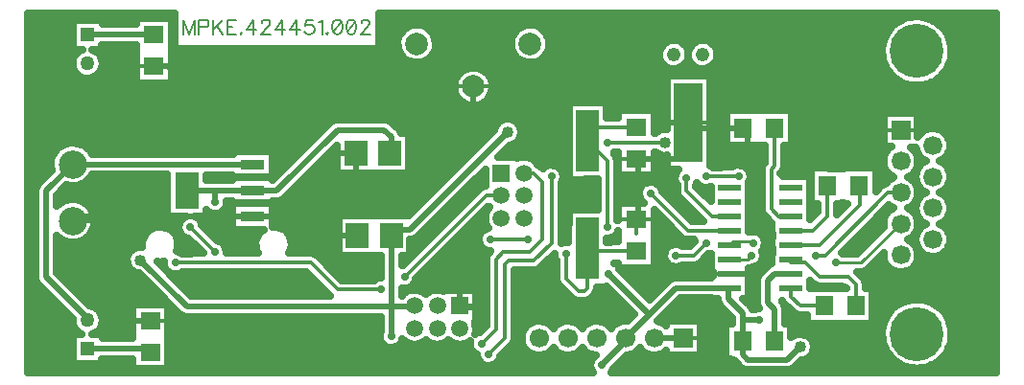
<source format=gbr>
G04 DipTrace 2.4.0.2*
%INÂåðõíèé.gbr*%
%MOIN*%
%ADD10C,0.0098*%
%ADD13C,0.013*%
%ADD14C,0.0197*%
%ADD15C,0.025*%
%ADD16C,0.0787*%
%ADD17R,0.0709X0.063*%
%ADD18R,0.063X0.0709*%
%ADD19R,0.0787X0.0866*%
%ADD20C,0.05*%
%ADD21R,0.05X0.05*%
%ADD22R,0.0669X0.0669*%
%ADD23C,0.0669*%
%ADD24R,0.0665X0.0665*%
%ADD25C,0.0665*%
%ADD26C,0.1874*%
%ADD27C,0.0984*%
%ADD28R,0.0591X0.0591*%
%ADD29C,0.0591*%
%ADD33R,0.0984X0.2756*%
%ADD35R,0.0787X0.0236*%
%ADD40R,0.0846X0.0374*%
%ADD41R,0.0846X0.128*%
%ADD42R,0.0787X0.2165*%
%ADD43C,0.048*%
%ADD44C,0.0276*%
%ADD46C,0.04*%
%ADD106C,0.0077*%
%FSLAX44Y44*%
G04*
G70*
G90*
G75*
G01*
%LNTop*%
%LPD*%
X25328Y12664D2*
D13*
X23806D1*
X23318Y12177D1*
X23641D1*
X24328Y9187D2*
Y11490D1*
X23641Y12177D1*
X25328Y8335D2*
X23743D1*
X23641Y8437D1*
X22891Y8250D2*
Y7375D1*
X23328Y6937D1*
X23516D1*
X23641Y7062D1*
Y8437D1*
X25502Y13750D2*
D14*
X26440Y12812D1*
X27141D1*
X12000Y9548D2*
X7453D1*
X5910D1*
D13*
X5756Y9394D1*
X12000Y9548D2*
D14*
X12689D1*
X13391Y10250D1*
X14891Y11750D1*
X15585D1*
X15641Y8875D2*
X14953D1*
X14641D1*
X13391Y10125D1*
D13*
Y10250D1*
X15585Y11750D2*
D14*
Y10984D1*
X19672Y14066D2*
Y12718D1*
X17938Y10984D1*
X15585D1*
X14953Y8187D2*
Y8875D1*
X29038Y12625D2*
X27328D1*
D13*
X27141Y12812D1*
X29038Y12625D2*
D14*
X29213D1*
Y11102D1*
X29376Y10938D1*
X29646Y10669D1*
Y9134D1*
X29764Y9016D1*
Y7953D1*
X29373Y7562D1*
X28577D1*
X25328Y9437D2*
D13*
X25391D1*
D14*
Y10125D1*
Y11562D1*
D13*
X25328D1*
D14*
X26766D1*
D13*
Y12437D1*
X27141Y12812D1*
X25328Y8937D2*
Y9437D1*
X28577Y7562D2*
X27953D1*
X20016Y5687D2*
Y5626D1*
X8453Y5914D2*
D14*
X7905D1*
X7453Y6366D1*
Y9548D1*
X8578Y14772D2*
X9056D1*
X10578Y13250D1*
X12578D1*
X13203Y12625D1*
X25391Y10125D2*
X25141D1*
X20016Y5687D2*
Y6125D1*
X19766Y6375D1*
X19268D1*
D13*
X19205Y6437D1*
D14*
Y6873D1*
X18891Y7187D1*
X18016D1*
X29625Y11187D2*
X29376Y10938D1*
X26956Y5312D2*
X25956D1*
X29027Y5198D2*
Y5945D1*
Y6176D1*
X28516Y6687D1*
Y7000D1*
D13*
X28577Y7062D1*
X29027Y5198D2*
D14*
Y4738D1*
X29203Y4562D1*
X30578D1*
X31016Y5000D1*
X12000Y11359D2*
X5756Y11362D1*
X17630Y6437D2*
Y6417D1*
X16822D1*
X9723D1*
X8110Y8030D1*
X16822Y8875D2*
Y6417D1*
X28577Y7062D2*
X26706D1*
X25831Y6187D1*
X24956Y5312D1*
X24370Y7559D2*
X25742Y6187D1*
D13*
X25831D1*
X24330Y12126D2*
X26328D1*
X24956Y5312D2*
X25076D1*
D14*
X24138Y4375D1*
X16822Y5381D2*
Y6417D1*
X29606Y5945D2*
X29027D1*
X6266Y5937D2*
D13*
Y6000D1*
D14*
X4828Y7437D1*
Y10435D1*
X5756Y11362D1*
X16822Y8875D2*
D13*
Y9094D1*
D14*
X17480D1*
X20866Y12480D1*
X30703Y8562D2*
D13*
X31706D1*
X33081Y9938D1*
Y10602D1*
X33070Y10614D1*
X30703Y9062D2*
X31456D1*
X31956Y9563D1*
Y10602D1*
X31968Y10614D1*
X30703Y7062D2*
Y6749D1*
X31016Y6437D1*
X31854D1*
X30703Y8062D2*
Y7937D1*
X31203D1*
X31703Y7437D1*
X32703D1*
X32953Y7187D1*
Y6440D1*
X32956Y6437D1*
X6266Y4937D2*
D14*
X8328D1*
D13*
X8453Y4812D1*
X9717Y10454D2*
D14*
X10703D1*
X12000D1*
X12845D1*
X14953Y12562D1*
X16578D1*
X16828Y12312D1*
Y11812D1*
D13*
X16766Y11750D1*
X10703Y8312D2*
X9842Y9173D1*
X10703Y10034D2*
D14*
Y10454D1*
X6266Y15875D2*
X8578D1*
X30129Y5198D2*
Y6323D1*
X29891Y6562D1*
Y7312D1*
X30141Y7562D1*
X30703D1*
X30141Y12625D2*
D13*
Y11312D1*
X30016Y11187D1*
Y9812D1*
X30266Y9562D1*
X30703D1*
X28577Y8062D2*
D10*
X29203D1*
X29328Y8187D1*
X31578D2*
D13*
X31891D1*
X34078Y10375D1*
X34510D1*
X34516Y10381D1*
Y9290D2*
X34497D1*
D10*
X33143Y7937D1*
X32266D1*
X29391Y8625D2*
Y8687D1*
X28702D1*
X28577Y8562D1*
X20203Y4750D2*
D13*
X20766Y5312D1*
Y7875D1*
X20891Y8000D1*
X21766D1*
X22391Y8625D1*
Y10937D1*
X9324Y7937D2*
X14016D1*
X14953Y7000D1*
X16453D1*
X17283Y7441D2*
X20117Y10275D1*
X20641D1*
X26703Y8187D2*
X27319D1*
X27756Y8625D1*
X25827Y10354D2*
X27119Y9062D1*
X28577D1*
X27078Y10875D2*
Y10437D1*
X27953Y9562D1*
X28577D1*
X19953Y5125D2*
X20453Y5625D1*
Y8062D1*
X20703Y8312D1*
X21641D1*
X22078Y8750D1*
Y10750D1*
X21766Y11062D1*
X21428D1*
X27766Y10937D2*
X28891D1*
X20266Y8750D2*
X21578D1*
D44*
X24328Y9187D3*
X22891Y8250D3*
D46*
X25502Y13750D3*
D44*
X15585Y10984D3*
X14953Y8187D3*
D46*
X27953Y7562D3*
D44*
X20016Y5687D3*
X13203Y12625D3*
X25141Y10125D3*
D3*
X20016Y5687D3*
X18016Y7187D3*
X29625Y11187D3*
D46*
X31016Y5000D3*
X8110Y8030D3*
D44*
X24370Y7559D3*
X24330Y12126D3*
D46*
X26328D3*
D44*
X24138Y4375D3*
X16822Y5381D3*
X29606Y5945D3*
D46*
X20866Y12480D3*
D44*
X10703Y8312D3*
X9842Y9173D3*
X10703Y10034D3*
X29328Y8187D3*
X31578D3*
X32266Y7937D3*
X29391Y8625D3*
X20203Y4750D3*
X22391Y10937D3*
X9324Y7937D3*
X16453Y7000D3*
X17283Y7441D3*
X26703Y8187D3*
X27756Y8625D3*
X25827Y10354D3*
X27078Y10875D3*
X19953Y5125D3*
X27766Y10937D3*
X28891D3*
X20266Y8750D3*
X21578D3*
X4228Y16376D2*
D15*
X5727D1*
X6804D2*
X7934D1*
X16422D2*
X34516D1*
X35636D2*
X37801D1*
X4228Y16127D2*
X5727D1*
X16422D2*
X17340D1*
X18066D2*
X21278D1*
X22004D2*
X34180D1*
X35972D2*
X37801D1*
X4228Y15878D2*
X5727D1*
X16422D2*
X17102D1*
X18304D2*
X21040D1*
X22242D2*
X33997D1*
X36152D2*
X37801D1*
X4228Y15630D2*
X5727D1*
X16422D2*
X17024D1*
X18383D2*
X20961D1*
X22320D2*
X26372D1*
X26910D2*
X27372D1*
X27910D2*
X33895D1*
X36258D2*
X37801D1*
X4228Y15381D2*
X5727D1*
X6804D2*
X7934D1*
X9222D2*
X17043D1*
X18363D2*
X20981D1*
X22297D2*
X26149D1*
X28133D2*
X33852D1*
X36301D2*
X37801D1*
X4228Y15132D2*
X5793D1*
X6738D2*
X7934D1*
X9222D2*
X17180D1*
X18226D2*
X21118D1*
X22164D2*
X26114D1*
X28168D2*
X33860D1*
X36289D2*
X37801D1*
X4228Y14884D2*
X5727D1*
X6804D2*
X7934D1*
X9222D2*
X26211D1*
X27070D2*
X27211D1*
X28070D2*
X33922D1*
X36226D2*
X37801D1*
X4228Y14635D2*
X5786D1*
X6746D2*
X7934D1*
X9222D2*
X19317D1*
X20027D2*
X34047D1*
X36101D2*
X37801D1*
X4228Y14386D2*
X6079D1*
X6453D2*
X7934D1*
X9222D2*
X19071D1*
X20273D2*
X26360D1*
X27922D2*
X34270D1*
X35883D2*
X37801D1*
X4228Y14138D2*
X18993D1*
X20351D2*
X26360D1*
X27922D2*
X34747D1*
X35406D2*
X37801D1*
X4228Y13889D2*
X19012D1*
X20332D2*
X26360D1*
X27922D2*
X37801D1*
X4228Y13640D2*
X19145D1*
X20199D2*
X26360D1*
X27922D2*
X37801D1*
X4228Y13392D2*
X22958D1*
X24324D2*
X26360D1*
X27922D2*
X37801D1*
X4228Y13143D2*
X22958D1*
X24324D2*
X24684D1*
X25972D2*
X26360D1*
X27922D2*
X28434D1*
X30746D2*
X33895D1*
X35140D2*
X37801D1*
X4228Y12894D2*
X14782D1*
X16750D2*
X20629D1*
X21101D2*
X22958D1*
X25972D2*
X26360D1*
X27922D2*
X28434D1*
X30746D2*
X33895D1*
X35140D2*
X37801D1*
X4228Y12645D2*
X14497D1*
X17035D2*
X20407D1*
X21324D2*
X22958D1*
X25972D2*
X26360D1*
X27922D2*
X28434D1*
X30746D2*
X33895D1*
X35140D2*
X37801D1*
X4228Y12397D2*
X14251D1*
X17449D2*
X20243D1*
X21347D2*
X22958D1*
X27922D2*
X28434D1*
X30746D2*
X33895D1*
X36121D2*
X37801D1*
X4228Y12148D2*
X14001D1*
X17449D2*
X19997D1*
X21215D2*
X22958D1*
X27922D2*
X28434D1*
X30746D2*
X33895D1*
X36242D2*
X37801D1*
X4228Y11899D2*
X5196D1*
X6312D2*
X13751D1*
X17449D2*
X19747D1*
X20824D2*
X22958D1*
X27922D2*
X29786D1*
X30496D2*
X34075D1*
X36246D2*
X37801D1*
X4228Y11651D2*
X5032D1*
X12715D2*
X13504D1*
X14582D2*
X14903D1*
X17449D2*
X19497D1*
X20574D2*
X22958D1*
X25972D2*
X26360D1*
X27922D2*
X29786D1*
X30496D2*
X33922D1*
X36133D2*
X37801D1*
X4228Y11402D2*
X4973D1*
X12715D2*
X13254D1*
X14332D2*
X14903D1*
X17449D2*
X19251D1*
X21898D2*
X22958D1*
X25972D2*
X26360D1*
X27922D2*
X29743D1*
X30496D2*
X33899D1*
X35136D2*
X35246D1*
X36019D2*
X37801D1*
X4228Y11153D2*
X5004D1*
X12715D2*
X13004D1*
X14082D2*
X14903D1*
X17449D2*
X19001D1*
X22754D2*
X22958D1*
X25972D2*
X26762D1*
X29254D2*
X29661D1*
X30457D2*
X31364D1*
X33676D2*
X33985D1*
X36211D2*
X37801D1*
X4228Y10905D2*
X4758D1*
X6383D2*
X9004D1*
X10429D2*
X11286D1*
X13836D2*
X18751D1*
X19828D2*
X20055D1*
X22816D2*
X22958D1*
X24683D2*
X26653D1*
X29316D2*
X29661D1*
X33676D2*
X34204D1*
X34828D2*
X35012D1*
X36258D2*
X37801D1*
X4228Y10656D2*
X4516D1*
X6054D2*
X9004D1*
X13586D2*
X18504D1*
X19582D2*
X20055D1*
X22746D2*
X23973D1*
X24683D2*
X25536D1*
X26117D2*
X26715D1*
X29261D2*
X29661D1*
X33676D2*
X33883D1*
X36191D2*
X37801D1*
X4228Y10407D2*
X4442D1*
X5340D2*
X9004D1*
X13336D2*
X18254D1*
X19332D2*
X19758D1*
X22746D2*
X23973D1*
X24683D2*
X25403D1*
X26265D2*
X26723D1*
X27597D2*
X27895D1*
X29261D2*
X29661D1*
X35136D2*
X35313D1*
X35957D2*
X37801D1*
X4228Y10159D2*
X4442D1*
X5215D2*
X9004D1*
X13082D2*
X18004D1*
X19082D2*
X19508D1*
X22746D2*
X23973D1*
X24683D2*
X25450D1*
X26515D2*
X26864D1*
X29261D2*
X29661D1*
X36160D2*
X37801D1*
X4228Y9910D2*
X4442D1*
X6336D2*
X9004D1*
X11113D2*
X11284D1*
X12715D2*
X17758D1*
X18836D2*
X19262D1*
X22746D2*
X23973D1*
X26761D2*
X27114D1*
X29261D2*
X29661D1*
X31386D2*
X31602D1*
X32312D2*
X32563D1*
X34910D2*
X35014D1*
X36254D2*
X37801D1*
X4228Y9661D2*
X4442D1*
X6488D2*
X9004D1*
X10429D2*
X10523D1*
X10879D2*
X11286D1*
X12715D2*
X17508D1*
X18586D2*
X19012D1*
X19996D2*
X20080D1*
X22746D2*
X22958D1*
X27011D2*
X27364D1*
X29261D2*
X29696D1*
X31386D2*
X31563D1*
X33855D2*
X34026D1*
X36230D2*
X37801D1*
X4228Y9413D2*
X4442D1*
X6539D2*
X9493D1*
X10191D2*
X11286D1*
X12715D2*
X14958D1*
X18336D2*
X18762D1*
X19746D2*
X20059D1*
X22746D2*
X22958D1*
X25972D2*
X26278D1*
X27261D2*
X27610D1*
X29261D2*
X29922D1*
X33609D2*
X33907D1*
X36082D2*
X37801D1*
X4228Y9164D2*
X4442D1*
X6504D2*
X8571D1*
X9015D2*
X9415D1*
X10343D2*
X11286D1*
X12953D2*
X14958D1*
X18090D2*
X18516D1*
X19496D2*
X20157D1*
X22746D2*
X22958D1*
X25972D2*
X26524D1*
X29261D2*
X30020D1*
X33359D2*
X33903D1*
X36086D2*
X37801D1*
X4228Y8915D2*
X4442D1*
X6367D2*
X8251D1*
X9336D2*
X9508D1*
X10590D2*
X12188D1*
X13273D2*
X14958D1*
X17840D2*
X18266D1*
X19250D2*
X19876D1*
X22746D2*
X22958D1*
X25972D2*
X26774D1*
X29695D2*
X30020D1*
X33109D2*
X33653D1*
X36230D2*
X37801D1*
X4228Y8666D2*
X4442D1*
X5215D2*
X5520D1*
X5992D2*
X8157D1*
X9429D2*
X9856D1*
X10918D2*
X12094D1*
X13367D2*
X14958D1*
X17504D2*
X18016D1*
X19000D2*
X19848D1*
X22746D2*
X22958D1*
X24324D2*
X24684D1*
X25972D2*
X27305D1*
X29816D2*
X30020D1*
X32863D2*
X33403D1*
X34914D2*
X35015D1*
X36250D2*
X37801D1*
X4228Y8418D2*
X4442D1*
X5215D2*
X7829D1*
X9414D2*
X10106D1*
X11117D2*
X12106D1*
X13351D2*
X14958D1*
X17504D2*
X17770D1*
X18750D2*
X20012D1*
X25972D2*
X26348D1*
X29761D2*
X30020D1*
X32613D2*
X33157D1*
X36160D2*
X37801D1*
X4228Y8169D2*
X4442D1*
X5215D2*
X7641D1*
X14273D2*
X16434D1*
X17211D2*
X17520D1*
X18504D2*
X20118D1*
X25972D2*
X26278D1*
X27793D2*
X27896D1*
X29754D2*
X30020D1*
X35136D2*
X35450D1*
X35820D2*
X37801D1*
X4228Y7920D2*
X4442D1*
X5215D2*
X7633D1*
X8758D2*
X8897D1*
X14523D2*
X16434D1*
X18254D2*
X20098D1*
X22179D2*
X22536D1*
X24574D2*
X24684D1*
X25972D2*
X26376D1*
X27539D2*
X27895D1*
X29656D2*
X30020D1*
X33597D2*
X33961D1*
X35070D2*
X37801D1*
X4228Y7672D2*
X4442D1*
X5215D2*
X7790D1*
X14773D2*
X16434D1*
X18008D2*
X20098D1*
X21828D2*
X22536D1*
X24797D2*
X27895D1*
X29261D2*
X29711D1*
X33336D2*
X34211D1*
X34820D2*
X37801D1*
X4228Y7423D2*
X4442D1*
X5383D2*
X8180D1*
X9258D2*
X14040D1*
X15019D2*
X16434D1*
X17758D2*
X20098D1*
X21121D2*
X22536D1*
X25047D2*
X26641D1*
X29261D2*
X29520D1*
X33207D2*
X37801D1*
X4228Y7174D2*
X4551D1*
X5629D2*
X8426D1*
X9504D2*
X14286D1*
X17609D2*
X20098D1*
X21121D2*
X22602D1*
X25293D2*
X26278D1*
X29261D2*
X29504D1*
X31386D2*
X31482D1*
X33308D2*
X37801D1*
X4228Y6926D2*
X4801D1*
X5879D2*
X8676D1*
X9754D2*
X14536D1*
X17211D2*
X17333D1*
X17929D2*
X18118D1*
X19789D2*
X20098D1*
X21121D2*
X22848D1*
X23965D2*
X24465D1*
X25543D2*
X26032D1*
X29261D2*
X29504D1*
X33562D2*
X37801D1*
X4228Y6677D2*
X5051D1*
X6129D2*
X8926D1*
X19789D2*
X20098D1*
X21121D2*
X23102D1*
X23742D2*
X24715D1*
X26859D2*
X28129D1*
X29066D2*
X29504D1*
X33562D2*
X37801D1*
X4228Y6428D2*
X5297D1*
X6445D2*
X7809D1*
X19789D2*
X20098D1*
X21121D2*
X24961D1*
X26609D2*
X28235D1*
X29312D2*
X29528D1*
X33562D2*
X34336D1*
X35812D2*
X37801D1*
X4228Y6180D2*
X5547D1*
X6746D2*
X7809D1*
X9097D2*
X9422D1*
X19789D2*
X20098D1*
X21121D2*
X25211D1*
X26363D2*
X28485D1*
X30519D2*
X30786D1*
X33562D2*
X34086D1*
X36062D2*
X37801D1*
X4228Y5931D2*
X5727D1*
X6804D2*
X7809D1*
X9097D2*
X16434D1*
X19789D2*
X20098D1*
X21121D2*
X25036D1*
X26113D2*
X28637D1*
X30519D2*
X31251D1*
X33562D2*
X33946D1*
X36207D2*
X37801D1*
X4228Y5682D2*
X5793D1*
X6738D2*
X7809D1*
X9097D2*
X16434D1*
X19789D2*
X20020D1*
X21121D2*
X21458D1*
X27582D2*
X28422D1*
X30734D2*
X33868D1*
X36281D2*
X37801D1*
X4228Y5434D2*
X5727D1*
X6804D2*
X7809D1*
X9097D2*
X16399D1*
X21121D2*
X21344D1*
X27582D2*
X28422D1*
X30734D2*
X30825D1*
X31207D2*
X33848D1*
X36301D2*
X37801D1*
X4228Y5185D2*
X5727D1*
X9097D2*
X16446D1*
X17199D2*
X17291D1*
X17968D2*
X18079D1*
X18754D2*
X18869D1*
X21093D2*
X21344D1*
X27582D2*
X28422D1*
X31468D2*
X33879D1*
X36269D2*
X37801D1*
X4228Y4936D2*
X5727D1*
X9097D2*
X19571D1*
X20883D2*
X21465D1*
X27582D2*
X28422D1*
X31500D2*
X33969D1*
X36179D2*
X37801D1*
X4228Y4687D2*
X5727D1*
X9097D2*
X19782D1*
X20633D2*
X23860D1*
X24988D2*
X28422D1*
X31386D2*
X34129D1*
X36019D2*
X37801D1*
X4228Y4439D2*
X5727D1*
X6804D2*
X7809D1*
X9097D2*
X19922D1*
X20484D2*
X23715D1*
X24742D2*
X28790D1*
X30992D2*
X34418D1*
X35730D2*
X37801D1*
X4228Y4190D2*
X23754D1*
X24519D2*
X37801D1*
X18350Y15438D2*
X18315Y15318D1*
X18258Y15207D1*
X18181Y15109D1*
X18087Y15027D1*
X17979Y14964D1*
X17861Y14923D1*
X17738Y14904D1*
X17613Y14910D1*
X17492Y14938D1*
X17378Y14989D1*
X17276Y15061D1*
X17189Y15151D1*
X17120Y15255D1*
X17073Y15371D1*
X17048Y15493D1*
X17047Y15618D1*
X17069Y15741D1*
X17114Y15857D1*
X17181Y15963D1*
X17266Y16054D1*
X17366Y16128D1*
X17479Y16181D1*
X17600Y16212D1*
X17725Y16220D1*
X17848Y16204D1*
X17967Y16166D1*
X18076Y16105D1*
X18172Y16025D1*
X18251Y15928D1*
X18310Y15818D1*
X18347Y15699D1*
X18362Y15562D1*
X18350Y15438D1*
X22287D2*
X22252Y15318D1*
X22195Y15207D1*
X22118Y15109D1*
X22024Y15027D1*
X21916Y14964D1*
X21798Y14923D1*
X21675Y14904D1*
X21550Y14910D1*
X21429Y14938D1*
X21315Y14989D1*
X21213Y15061D1*
X21126Y15151D1*
X21057Y15255D1*
X21010Y15371D1*
X20985Y15493D1*
X20984Y15618D1*
X21006Y15741D1*
X21051Y15857D1*
X21118Y15963D1*
X21203Y16054D1*
X21303Y16128D1*
X21416Y16181D1*
X21537Y16212D1*
X21662Y16220D1*
X21785Y16204D1*
X21904Y16166D1*
X22013Y16105D1*
X22109Y16025D1*
X22188Y15928D1*
X22247Y15818D1*
X22284Y15699D1*
X22299Y15562D1*
X22287Y15438D1*
X20330Y14041D2*
X20313Y13917D1*
X20274Y13799D1*
X20213Y13690D1*
X20132Y13595D1*
X20035Y13516D1*
X19925Y13458D1*
X19805Y13421D1*
X19681Y13407D1*
X19557Y13417D1*
X19437Y13451D1*
X19325Y13506D1*
X19225Y13582D1*
X19142Y13675D1*
X19078Y13782D1*
X19035Y13899D1*
X19015Y14022D1*
X19018Y14147D1*
X19045Y14268D1*
X19095Y14383D1*
X19165Y14486D1*
X19253Y14574D1*
X19357Y14644D1*
X19471Y14693D1*
X19593Y14720D1*
X19718Y14723D1*
X19841Y14702D1*
X19958Y14659D1*
X20065Y14594D1*
X20158Y14511D1*
X20233Y14411D1*
X20288Y14299D1*
X20321Y14179D1*
X20330Y14041D1*
X25948Y11796D2*
Y10982D1*
X24709D1*
X24703Y11796D1*
X24559D1*
X24562Y11723D1*
X24631Y11620D1*
X24658Y11490D1*
Y9415D1*
X24709Y9407D1*
Y10017D1*
X25599Y10022D1*
X25508Y10108D1*
X25448Y10217D1*
X25424Y10339D1*
X25439Y10463D1*
X25491Y10576D1*
X25574Y10668D1*
X25682Y10730D1*
X25804Y10756D1*
X25928Y10744D1*
X26042Y10695D1*
X26136Y10613D1*
X26200Y10506D1*
X26219Y10426D1*
X27256Y9392D1*
X27654D1*
X26845Y10204D1*
X26775Y10307D1*
X26748Y10437D1*
Y10644D1*
X26700Y10737D1*
X26676Y10859D1*
X26690Y10983D1*
X26742Y11096D1*
X26808Y11168D1*
X26384Y11169D1*
Y11665D1*
X26309Y11661D1*
X26186Y11683D1*
X26073Y11737D1*
X26006Y11796D1*
X25949D1*
X24834Y13244D2*
X25948D1*
Y12459D1*
X25998Y12456D1*
X26143Y12552D1*
X26263Y12586D1*
X26383Y12587D1*
X26384Y14455D1*
X27898D1*
Y11317D1*
X27996Y11264D1*
X28660Y11267D1*
X28746Y11313D1*
X28868Y11339D1*
X28992Y11327D1*
X29106Y11277D1*
X29200Y11195D1*
X29264Y11089D1*
X29293Y10937D1*
X29274Y10814D1*
X29234Y10734D1*
X29236Y10179D1*
Y9679D1*
Y9179D1*
Y9004D1*
X29368Y9027D1*
X29492Y9014D1*
X29606Y8965D1*
X29700Y8883D1*
X29764Y8776D1*
X29793Y8625D1*
X29774Y8502D1*
X29718Y8390D1*
X29688Y8360D1*
X29701Y8339D1*
X29731Y8187D1*
X29712Y8064D1*
X29656Y7953D1*
X29569Y7864D1*
X29458Y7806D1*
X29355Y7788D1*
X29236Y7745D1*
Y6679D1*
X29038D1*
X29284Y6433D1*
X29364Y6310D1*
X29429Y6308D1*
X29584Y6347D1*
X29603Y6345D1*
X29562Y6407D1*
X29528Y6546D1*
X29527Y7312D1*
X29549Y7435D1*
X29622Y7557D1*
X29884Y7819D1*
X30007Y7899D1*
X30045Y7929D1*
X30049Y8445D1*
X30045Y8554D1*
X30049Y8945D1*
X30045Y9054D1*
X30039Y9322D1*
X29782Y9579D1*
X29713Y9682D1*
X29686Y9812D1*
Y11187D1*
X29709Y11309D1*
X29782Y11420D1*
X29811Y11449D1*
Y12003D1*
X29561Y12009D1*
X29543Y12005D1*
X28459D1*
Y13244D1*
X30721D1*
Y12005D1*
X30471Y12000D1*
Y11312D1*
X30447Y11190D1*
X30374Y11079D1*
X30345Y11050D1*
X30420Y10945D1*
X31362D1*
X31358Y10179D1*
X31362Y10070D1*
X31358Y9679D1*
X31362Y9570D1*
Y9433D1*
X31628Y9701D1*
X31626Y9996D1*
X31388Y9995D1*
Y11233D1*
X32547Y11229D1*
X32490Y11233D1*
X33650D1*
Y10409D1*
X33845Y10608D1*
X33952Y10678D1*
X34031Y10730D1*
X34114Y10823D1*
X34215Y10897D1*
X34275Y10924D1*
X34219Y10953D1*
X34118Y11026D1*
X34034Y11118D1*
X33971Y11226D1*
X33932Y11345D1*
X33919Y11469D1*
X33931Y11593D1*
X33969Y11712D1*
X34031Y11820D1*
X34114Y11913D1*
X34186Y11966D1*
X33919Y11964D1*
Y13159D1*
X35114D1*
Y12310D1*
X35149Y12365D1*
X35232Y12459D1*
X35333Y12532D1*
X35446Y12584D1*
X35568Y12610D1*
X35693Y12611D1*
X35815Y12586D1*
X35930Y12536D1*
X36031Y12463D1*
X36115Y12371D1*
X36178Y12264D1*
X36218Y12145D1*
X36232Y12017D1*
X36219Y11892D1*
X36180Y11774D1*
X36118Y11666D1*
X36035Y11573D1*
X35934Y11499D1*
X35873Y11472D1*
X35930Y11446D1*
X36031Y11373D1*
X36115Y11281D1*
X36178Y11173D1*
X36218Y11055D1*
X36232Y10926D1*
X36219Y10802D1*
X36180Y10683D1*
X36118Y10575D1*
X36035Y10482D1*
X35934Y10409D1*
X35873Y10382D1*
X35930Y10355D1*
X36031Y10282D1*
X36115Y10190D1*
X36178Y10083D1*
X36218Y9964D1*
X36232Y9835D1*
X36219Y9711D1*
X36180Y9593D1*
X36118Y9485D1*
X36035Y9392D1*
X35934Y9318D1*
X35873Y9291D1*
X35930Y9264D1*
X36031Y9192D1*
X36115Y9100D1*
X36178Y8992D1*
X36218Y8874D1*
X36232Y8745D1*
X36219Y8621D1*
X36180Y8502D1*
X36118Y8394D1*
X36035Y8301D1*
X35934Y8228D1*
X35820Y8177D1*
X35698Y8151D1*
X35573Y8150D1*
X35451Y8176D1*
X35337Y8227D1*
X35236Y8300D1*
X35152Y8392D1*
X35089Y8500D1*
X35050Y8618D1*
X35037Y8742D1*
X35049Y8867D1*
X35087Y8985D1*
X35149Y9094D1*
X35232Y9187D1*
X35333Y9261D1*
X35393Y9288D1*
X35337Y9317D1*
X35236Y9390D1*
X35152Y9483D1*
X35089Y9590D1*
X35050Y9709D1*
X35037Y9833D1*
X35049Y9957D1*
X35087Y10076D1*
X35149Y10184D1*
X35232Y10277D1*
X35333Y10351D1*
X35393Y10379D1*
X35337Y10408D1*
X35236Y10481D1*
X35152Y10573D1*
X35089Y10681D1*
X35050Y10800D1*
X35037Y10924D1*
X35049Y11048D1*
X35087Y11167D1*
X35149Y11275D1*
X35232Y11368D1*
X35333Y11442D1*
X35393Y11469D1*
X35337Y11498D1*
X35236Y11571D1*
X35152Y11664D1*
X35089Y11772D1*
X35050Y11890D1*
X35039Y11964D1*
X34854D1*
X34913Y11918D1*
X34997Y11826D1*
X35060Y11718D1*
X35100Y11600D1*
X35114Y11471D1*
X35101Y11347D1*
X35062Y11228D1*
X35000Y11120D1*
X34916Y11028D1*
X34816Y10954D1*
X34755Y10927D1*
X34811Y10900D1*
X34913Y10828D1*
X34997Y10735D1*
X35060Y10628D1*
X35100Y10510D1*
X35114Y10381D1*
X35101Y10257D1*
X35062Y10138D1*
X35000Y10030D1*
X34916Y9937D1*
X34816Y9864D1*
X34755Y9837D1*
X34811Y9810D1*
X34913Y9737D1*
X34997Y9645D1*
X35060Y9537D1*
X35100Y9419D1*
X35114Y9290D1*
X35101Y9166D1*
X35062Y9047D1*
X35000Y8939D1*
X34916Y8846D1*
X34816Y8773D1*
X34755Y8746D1*
X34811Y8719D1*
X34913Y8646D1*
X34997Y8554D1*
X35060Y8447D1*
X35100Y8328D1*
X35114Y8200D1*
X35101Y8076D1*
X35062Y7957D1*
X35000Y7849D1*
X34916Y7756D1*
X34816Y7682D1*
X34702Y7632D1*
X34580Y7605D1*
X34455D1*
X34333Y7631D1*
X34219Y7681D1*
X34118Y7754D1*
X34034Y7847D1*
X33971Y7955D1*
X33932Y8073D1*
X33919Y8197D1*
X33927Y8279D1*
X33365Y7715D1*
X33262Y7646D1*
X33143Y7623D1*
X32983D1*
X33187Y7420D1*
X33256Y7317D1*
X33283Y7187D1*
Y7058D1*
X33536Y7056D1*
Y5818D1*
X32376Y5822D1*
X32434Y5818D1*
X31274D1*
Y6111D1*
X31016Y6107D1*
X30893Y6131D1*
X30782Y6204D1*
X30470Y6516D1*
X30399Y6623D1*
X30411Y6598D1*
X30386Y6580D1*
X30458Y6479D1*
X30492Y6340D1*
X30493Y5819D1*
X30709Y5818D1*
Y5353D1*
X30830Y5426D1*
X30950Y5460D1*
X31075Y5461D1*
X31195Y5428D1*
X31303Y5365D1*
X31389Y5276D1*
X31450Y5167D1*
X31481Y5000D1*
X31464Y4876D1*
X31415Y4761D1*
X31337Y4664D1*
X31237Y4590D1*
X31120Y4546D1*
X31070Y4542D1*
X30835Y4305D1*
X30733Y4233D1*
X30595Y4199D1*
X29203D1*
X29081Y4220D1*
X28958Y4294D1*
X28755Y4498D1*
X28607Y4579D1*
X28447D1*
Y5818D1*
X28664Y5823D1*
Y6027D1*
X28259Y6430D1*
X28187Y6532D1*
X28153Y6679D1*
X27919D1*
Y6699D1*
X26855D1*
X26057Y5900D1*
X26128Y5886D1*
X26243Y5838D1*
X26346Y5768D1*
X26356Y5763D1*
Y5912D1*
X27555D1*
Y4713D1*
X26356D1*
Y4866D1*
X26258Y4794D1*
X26144Y4743D1*
X26022Y4716D1*
X25898Y4715D1*
X25775Y4740D1*
X25661Y4790D1*
X25559Y4862D1*
X25475Y4954D1*
X25455Y4982D1*
X25359Y4868D1*
X25258Y4794D1*
X25144Y4743D1*
X24995Y4716D1*
X24518Y4240D1*
X24452Y4126D1*
X29703Y4125D1*
X37828D1*
Y16625D1*
X16395D1*
X16398Y15828D1*
Y15397D1*
X9299D1*
Y16627D1*
X7578Y16625D1*
X4203D1*
Y4125D1*
X23820Y4128D1*
X23760Y4237D1*
X23736Y4359D1*
X23750Y4483D1*
X23802Y4596D1*
X23886Y4688D1*
X23930Y4714D1*
X23775Y4740D1*
X23661Y4790D1*
X23559Y4862D1*
X23457Y4984D1*
X23359Y4868D1*
X23258Y4794D1*
X23144Y4743D1*
X23022Y4716D1*
X22898Y4715D1*
X22775Y4740D1*
X22661Y4790D1*
X22559Y4862D1*
X22457Y4984D1*
X22359Y4868D1*
X22258Y4794D1*
X22144Y4743D1*
X22022Y4716D1*
X21898Y4715D1*
X21775Y4740D1*
X21661Y4790D1*
X21559Y4862D1*
X21475Y4954D1*
X21411Y5061D1*
X21371Y5180D1*
X21356Y5304D1*
X21367Y5428D1*
X21404Y5547D1*
X21465Y5656D1*
X21546Y5750D1*
X21646Y5826D1*
X21759Y5879D1*
X21880Y5907D1*
X22005Y5910D1*
X22128Y5886D1*
X22243Y5838D1*
X22346Y5768D1*
X22431Y5677D1*
X22454Y5640D1*
X22546Y5750D1*
X22646Y5826D1*
X22759Y5879D1*
X22880Y5907D1*
X23005Y5910D1*
X23128Y5886D1*
X23243Y5838D1*
X23346Y5768D1*
X23431Y5677D1*
X23454Y5640D1*
X23546Y5750D1*
X23646Y5826D1*
X23759Y5879D1*
X23880Y5907D1*
X24005Y5910D1*
X24128Y5886D1*
X24243Y5838D1*
X24346Y5768D1*
X24431Y5677D1*
X24454Y5640D1*
X24546Y5750D1*
X24646Y5826D1*
X24759Y5879D1*
X24880Y5907D1*
X25032Y5905D1*
X25270Y6141D1*
X24425Y6991D1*
X24300Y7115D1*
X24299Y7089D1*
X23967D1*
X23971Y7062D1*
X23947Y6940D1*
X23874Y6829D1*
X23749Y6704D1*
X23653Y6637D1*
X23552Y6609D1*
X23328Y6607D1*
X23206Y6631D1*
X23095Y6704D1*
X22657Y7141D1*
X22588Y7244D1*
X22561Y7375D1*
Y8019D1*
X22512Y8112D1*
X22488Y8234D1*
X22492Y8261D1*
X21999Y7766D1*
X21896Y7697D1*
X21766Y7670D1*
X21098D1*
X21096Y5750D1*
Y5312D1*
X21072Y5190D1*
X20999Y5079D1*
X20599Y4678D1*
X20587Y4627D1*
X20531Y4515D1*
X20444Y4426D1*
X20333Y4368D1*
X20211Y4347D1*
X20087Y4364D1*
X19975Y4418D1*
X19885Y4503D1*
X19825Y4612D1*
X19803Y4754D1*
X19725Y4793D1*
X19635Y4878D1*
X19575Y4987D1*
X19551Y5109D1*
X19564Y5221D1*
X19451Y5147D1*
X19334Y5105D1*
X19210Y5090D1*
X19086Y5102D1*
X18968Y5142D1*
X18861Y5207D1*
X18814Y5254D1*
X18769Y5214D1*
X18664Y5147D1*
X18546Y5105D1*
X18422Y5090D1*
X18298Y5102D1*
X18180Y5142D1*
X18074Y5207D1*
X18026Y5254D1*
X17982Y5214D1*
X17876Y5147D1*
X17759Y5105D1*
X17635Y5090D1*
X17511Y5102D1*
X17393Y5142D1*
X17286Y5207D1*
X17211Y5281D1*
X17149Y5147D1*
X17062Y5058D1*
X16952Y5000D1*
X16829Y4978D1*
X16706Y4995D1*
X16594Y5049D1*
X16503Y5134D1*
X16443Y5244D1*
X16419Y5366D1*
X16434Y5489D1*
X16458Y5542D1*
X16459Y6057D1*
X15822Y6054D1*
X9723D1*
X9600Y6075D1*
X9478Y6149D1*
X8060Y7566D1*
X7968Y7587D1*
X7855Y7641D1*
X7761Y7723D1*
X7692Y7827D1*
X7653Y7945D1*
X7647Y8069D1*
X7674Y8191D1*
X7733Y8301D1*
X7818Y8392D1*
X7925Y8456D1*
X8045Y8490D1*
X8180Y8488D1*
X8177Y8635D1*
X8201Y8757D1*
X8249Y8872D1*
X8319Y8976D1*
X8408Y9063D1*
X8513Y9130D1*
X8630Y9174D1*
X8753Y9195D1*
X8878Y9190D1*
X8999Y9161D1*
X9112Y9107D1*
X9212Y9032D1*
X9294Y8939D1*
X9357Y8831D1*
X9396Y8712D1*
X9411Y8578D1*
X9398Y8454D1*
X9362Y8338D1*
X9425Y8327D1*
X9554Y8264D1*
X10281Y8267D1*
X9771Y8778D1*
X9727Y8787D1*
X9614Y8841D1*
X9524Y8927D1*
X9464Y9036D1*
X9440Y9158D1*
X9454Y9281D1*
X9506Y9395D1*
X9590Y9487D1*
X9702Y9550D1*
X9029Y9549D1*
Y10998D1*
X6418Y10999D1*
X6354Y10898D1*
X6269Y10806D1*
X6171Y10729D1*
X6061Y10669D1*
X5943Y10629D1*
X5820Y10608D1*
X5695D1*
X5546Y10637D1*
X5192Y10285D1*
Y9899D1*
X5297Y9996D1*
X5425Y10075D1*
X5565Y10126D1*
X5713Y10150D1*
X5863Y10143D1*
X6008Y10107D1*
X6144Y10044D1*
X6264Y9955D1*
X6365Y9844D1*
X6441Y9715D1*
X6491Y9574D1*
X6512Y9425D1*
X6506Y9294D1*
X6472Y9148D1*
X6410Y9012D1*
X6322Y8891D1*
X6212Y8789D1*
X6084Y8711D1*
X5943Y8660D1*
X5795Y8638D1*
X5645Y8645D1*
X5500Y8681D1*
X5365Y8745D1*
X5245Y8835D1*
X5192Y8889D1*
Y7587D1*
X6339Y6447D1*
X6459Y6414D1*
X6568Y6354D1*
X6660Y6269D1*
X6728Y6164D1*
X6769Y6047D1*
X6781Y5937D1*
X6766Y5813D1*
X6721Y5697D1*
X6650Y5594D1*
X6556Y5512D1*
X6434Y5452D1*
X6781D1*
Y5300D1*
X7832D1*
X7834Y6494D1*
X9073D1*
Y4232D1*
X7834D1*
X7828Y4574D1*
X6777D1*
X6781Y4422D1*
X5751D1*
Y5452D1*
X6079Y5457D1*
X5969Y5516D1*
X5877Y5600D1*
X5807Y5703D1*
X5764Y5820D1*
X5751Y5944D1*
X5758Y5995D1*
X4571Y7180D1*
X4500Y7282D1*
X4465Y7421D1*
Y10435D1*
X4486Y10557D1*
X4560Y10680D1*
X5027Y11147D1*
X4999Y11359D1*
X5009Y11483D1*
X5039Y11605D1*
X5088Y11719D1*
X5156Y11824D1*
X5240Y11916D1*
X5338Y11994D1*
X5448Y12054D1*
X5565Y12095D1*
X5688Y12116D1*
X5813Y12117D1*
X5937Y12097D1*
X6055Y12058D1*
X6165Y11999D1*
X6264Y11923D1*
X6350Y11832D1*
X6420Y11724D1*
X11315Y11723D1*
X11312Y11811D1*
X12689D1*
Y10907D1*
X11312D1*
Y10997D1*
X10403D1*
X10405Y10815D1*
X11309Y10817D1*
X11312Y10906D1*
X12689D1*
Y10816D1*
X13472Y11595D1*
X14696Y12819D1*
X14798Y12891D1*
X14937Y12925D1*
X16578D1*
X16701Y12904D1*
X16823Y12830D1*
X17085Y12569D1*
X17165Y12446D1*
X17424Y12447D1*
Y11052D1*
X16107Y11055D1*
X16118Y11052D1*
X14926D1*
Y12021D1*
X13102Y10197D1*
X13000Y10125D1*
X12861Y10091D1*
X12685Y10090D1*
X12689Y10002D1*
X11312D1*
Y10092D1*
X11098Y10090D1*
X11106Y10034D1*
X11087Y9911D1*
X11031Y9800D1*
X10944Y9711D1*
X10833Y9653D1*
X10711Y9631D1*
X10587Y9648D1*
X10475Y9702D1*
X10405Y9769D1*
Y9549D1*
X9987D1*
X10058Y9513D1*
X10151Y9431D1*
X10215Y9324D1*
X10234Y9245D1*
X10774Y8707D1*
X10919Y8652D1*
X11012Y8570D1*
X11076Y8464D1*
X11106Y8312D1*
X11099Y8270D1*
X12195Y8267D1*
X12141Y8388D1*
X12115Y8510D1*
X12114Y8635D1*
X12138Y8757D1*
X12186Y8872D1*
X12256Y8976D1*
X12345Y9063D1*
X12389Y9096D1*
X11312D1*
Y10000D1*
X12689D1*
X12690Y9195D1*
X12815Y9190D1*
X12936Y9161D1*
X13049Y9107D1*
X13149Y9032D1*
X13231Y8939D1*
X13294Y8831D1*
X13333Y8712D1*
X13348Y8578D1*
X13335Y8454D1*
X13298Y8335D1*
X13262Y8270D1*
X14016Y8267D1*
X14138Y8243D1*
X14249Y8170D1*
X15091Y7328D1*
X16223Y7329D1*
X16309Y7375D1*
X16430Y7402D1*
X16458Y7399D1*
X16459Y8179D1*
X16163Y8180D1*
X16174Y8177D1*
X14982D1*
Y9573D1*
X17445D1*
X20403Y12531D1*
X20430Y12641D1*
X20488Y12751D1*
X20574Y12842D1*
X20681Y12907D1*
X20800Y12941D1*
X20925D1*
X21045Y12909D1*
X21153Y12846D1*
X21240Y12757D1*
X21300Y12648D1*
X21331Y12480D1*
X21314Y12357D1*
X21265Y12242D1*
X21188Y12145D1*
X21087Y12071D1*
X20971Y12027D1*
X20920Y12023D1*
X20524Y11624D1*
X21201Y11622D1*
Y11571D1*
X21290Y11605D1*
X21413Y11622D1*
X21538Y11611D1*
X21656Y11574D1*
X21764Y11510D1*
X21855Y11425D1*
X21896Y11364D1*
X21999Y11295D1*
X22090Y11204D1*
X22138Y11251D1*
X22246Y11313D1*
X22368Y11339D1*
X22492Y11327D1*
X22606Y11277D1*
X22700Y11195D1*
X22764Y11089D1*
X22793Y10937D1*
X22774Y10814D1*
X22720Y10706D1*
Y8621D1*
X22868Y8652D1*
X22980Y8640D1*
X22982Y9785D1*
X24002D1*
X23998Y10312D1*
Y10832D1*
X22982Y10830D1*
Y13525D1*
X24299D1*
X24306Y12994D1*
X24708D1*
X24709Y13244D1*
X24834D1*
X25948Y9742D2*
Y7755D1*
X24720D1*
X24746Y7699D1*
X25784Y6659D1*
X26449Y7319D1*
X26550Y7391D1*
X26689Y7425D1*
X27919Y7429D1*
Y8253D1*
X27829Y8233D1*
X27552Y7954D1*
X27449Y7884D1*
X27319Y7857D1*
X26932D1*
X26833Y7806D1*
X26711Y7784D1*
X26587Y7801D1*
X26475Y7855D1*
X26385Y7941D1*
X26325Y8050D1*
X26301Y8172D1*
X26315Y8295D1*
X26367Y8409D1*
X26451Y8501D1*
X26559Y8563D1*
X26680Y8589D1*
X26804Y8577D1*
X26933Y8514D1*
X27184Y8517D1*
X27359Y8694D1*
X27327Y8732D1*
X27119D1*
X26997Y8756D1*
X26886Y8829D1*
X25948Y9767D1*
Y9742D1*
X24709Y8857D2*
Y9056D1*
X24656Y8953D1*
X24569Y8864D1*
X24458Y8806D1*
X24336Y8784D1*
X24299Y8785D1*
Y8664D1*
X24708Y8665D1*
X24713Y8915D1*
X17480Y8733D2*
Y8177D1*
X17188D1*
X17185Y7832D1*
X17227Y7851D1*
X19884Y10508D1*
X19990Y10578D1*
X20081Y10627D1*
Y11178D1*
X19179Y10279D1*
X17737Y8838D1*
X17636Y8766D1*
X17497Y8732D1*
X17481Y8731D1*
X32501Y7056D2*
X32615D1*
X32453Y7107D1*
X31703D1*
X31581Y7131D1*
X31470Y7204D1*
X31362Y7311D1*
X31358Y7179D1*
X31362Y7058D1*
X32434Y7056D1*
X32501D1*
X32547Y9998D2*
X32286Y9995D1*
Y9606D1*
X32674Y9997D1*
X32490Y9998D1*
X6766Y14751D2*
X6721Y14634D1*
X6650Y14532D1*
X6556Y14449D1*
X6446Y14392D1*
X6324Y14363D1*
X6200Y14364D1*
X6079Y14395D1*
X5969Y14454D1*
X5877Y14537D1*
X5807Y14641D1*
X5764Y14758D1*
X5751Y14882D1*
X5768Y15005D1*
X5814Y15121D1*
X5886Y15223D1*
X5981Y15304D1*
X6096Y15360D1*
X5751D1*
Y16389D1*
X6781D1*
Y16237D1*
X7957Y16238D1*
X7959Y16454D1*
X9197D1*
X9194Y15295D1*
X9197Y15277D1*
Y14192D1*
X7959D1*
Y15509D1*
X6777Y15511D1*
X6781Y15360D1*
X6441D1*
X6568Y15291D1*
X6660Y15206D1*
X6728Y15102D1*
X6769Y14984D1*
X6781Y14875D1*
X6766Y14751D1*
X34272Y9839D2*
X34219Y9862D1*
X34110Y9944D1*
X33428Y9257D1*
X32458Y8288D1*
X32513Y8249D1*
X33012Y8251D1*
X33929Y9167D1*
X33919Y9288D1*
X33931Y9412D1*
X33969Y9531D1*
X34031Y9639D1*
X34114Y9732D1*
X34215Y9806D1*
X34275Y9833D1*
X36271Y15175D2*
X36251Y15052D1*
X36219Y14931D1*
X36175Y14814D1*
X36118Y14703D1*
X36051Y14598D1*
X35972Y14500D1*
X35885Y14411D1*
X35788Y14332D1*
X35684Y14263D1*
X35573Y14206D1*
X35456Y14160D1*
X35336Y14127D1*
X35213Y14106D1*
X35088Y14098D1*
X34963Y14103D1*
X34840Y14121D1*
X34719Y14152D1*
X34601Y14195D1*
X34489Y14251D1*
X34384Y14317D1*
X34285Y14394D1*
X34195Y14481D1*
X34115Y14577D1*
X34045Y14680D1*
X33987Y14791D1*
X33940Y14906D1*
X33905Y15026D1*
X33883Y15149D1*
X33874Y15274D1*
X33877Y15399D1*
X33894Y15523D1*
X33924Y15644D1*
X33966Y15762D1*
X34019Y15875D1*
X34085Y15981D1*
X34161Y16080D1*
X34247Y16171D1*
X34342Y16252D1*
X34444Y16323D1*
X34554Y16383D1*
X34669Y16431D1*
X34789Y16467D1*
X34912Y16491D1*
X35036Y16501D1*
X35161Y16499D1*
X35285Y16483D1*
X35407Y16455D1*
X35525Y16415D1*
X35638Y16362D1*
X35745Y16298D1*
X35845Y16223D1*
X35937Y16138D1*
X36019Y16044D1*
X36091Y15942D1*
X36153Y15833D1*
X36202Y15718D1*
X36239Y15599D1*
X36264Y15476D1*
X36277Y15300D1*
X36271Y15175D1*
Y5337D2*
X36251Y5213D1*
X36219Y5092D1*
X36175Y4976D1*
X36118Y4864D1*
X36051Y4759D1*
X35972Y4662D1*
X35885Y4573D1*
X35788Y4494D1*
X35684Y4425D1*
X35573Y4367D1*
X35456Y4322D1*
X35336Y4288D1*
X35213Y4267D1*
X35088Y4260D1*
X34963Y4265D1*
X34840Y4283D1*
X34719Y4314D1*
X34601Y4357D1*
X34489Y4412D1*
X34384Y4478D1*
X34285Y4556D1*
X34195Y4642D1*
X34115Y4738D1*
X34045Y4842D1*
X33987Y4952D1*
X33940Y5068D1*
X33905Y5188D1*
X33883Y5311D1*
X33874Y5435D1*
X33877Y5560D1*
X33894Y5684D1*
X33924Y5806D1*
X33966Y5923D1*
X34019Y6036D1*
X34085Y6142D1*
X34161Y6242D1*
X34247Y6332D1*
X34342Y6414D1*
X34444Y6485D1*
X34554Y6545D1*
X34669Y6593D1*
X34789Y6629D1*
X34912Y6652D1*
X35036Y6663D1*
X35161Y6660D1*
X35285Y6645D1*
X35407Y6617D1*
X35525Y6576D1*
X35638Y6523D1*
X35745Y6459D1*
X35845Y6384D1*
X35937Y6299D1*
X36019Y6205D1*
X36091Y6103D1*
X36153Y5994D1*
X36202Y5879D1*
X36239Y5760D1*
X36264Y5638D1*
X36277Y5461D1*
X36271Y5337D1*
X18670Y6997D2*
X19765D1*
Y5877D1*
X19717D1*
X19746Y5793D1*
X19765Y5650D1*
X19751Y5526D1*
X19727Y5456D1*
X19809Y5500D1*
X19881Y5516D1*
X20126Y5764D1*
X20123Y7500D1*
Y8062D1*
X20147Y8184D1*
X20220Y8295D1*
X20272Y8348D1*
X20150Y8364D1*
X20038Y8418D1*
X19947Y8503D1*
X19887Y8612D1*
X19863Y8734D1*
X19878Y8858D1*
X19930Y8971D1*
X20013Y9063D1*
X20121Y9125D1*
X20201Y9143D1*
X20140Y9237D1*
X20097Y9354D1*
X20081Y9477D1*
X20092Y9601D1*
X20131Y9720D1*
X20195Y9827D1*
X20247Y9881D1*
X20174Y9865D1*
X17679Y7370D1*
X17667Y7318D1*
X17611Y7207D1*
X17524Y7118D1*
X17414Y7060D1*
X17291Y7038D1*
X17187Y7053D1*
X17185Y6777D1*
X17271Y6867D1*
X17375Y6936D1*
X17492Y6980D1*
X17615Y6997D1*
X17740Y6987D1*
X17858Y6949D1*
X17966Y6886D1*
X18020Y6835D1*
X18162Y6936D1*
X18279Y6980D1*
X18403Y6997D1*
X18527Y6987D1*
X18645Y6952D1*
Y6997D1*
X18670D1*
X8922Y7976D2*
X8764Y7960D1*
X8683Y7972D1*
X9873Y6782D1*
X14703Y6781D1*
X13878Y7609D1*
X9551Y7607D1*
X9454Y7556D1*
X9331Y7534D1*
X9208Y7551D1*
X9096Y7605D1*
X9005Y7691D1*
X8945Y7800D1*
X8921Y7922D1*
X8927Y7972D1*
X27921Y10179D2*
X27919Y10566D1*
X27773Y10534D1*
X27650Y10551D1*
X27538Y10605D1*
X27442Y10701D1*
X27408Y10625D1*
Y10574D1*
X27916Y10065D1*
X27923Y10445D1*
X28130Y15063D2*
X28085Y14947D1*
X28013Y14846D1*
X27918Y14765D1*
X27806Y14710D1*
X27684Y14684D1*
X27559Y14689D1*
X27440Y14724D1*
X27332Y14787D1*
X27244Y14875D1*
X27179Y14982D1*
X27142Y15128D1*
X27130Y15063D1*
X27085Y14947D1*
X27013Y14846D1*
X26918Y14765D1*
X26806Y14710D1*
X26684Y14684D1*
X26559Y14689D1*
X26440Y14724D1*
X26332Y14787D1*
X26244Y14875D1*
X26179Y14982D1*
X26143Y15101D1*
X26137Y15226D1*
X26162Y15348D1*
X26216Y15460D1*
X26296Y15556D1*
X26397Y15629D1*
X26513Y15675D1*
X26636Y15692D1*
X26760Y15678D1*
X26877Y15633D1*
X26979Y15562D1*
X27061Y15468D1*
X27116Y15356D1*
X27139Y15253D1*
X27162Y15348D1*
X27216Y15460D1*
X27296Y15556D1*
X27397Y15629D1*
X27513Y15675D1*
X27636Y15692D1*
X27760Y15678D1*
X27877Y15633D1*
X27979Y15562D1*
X28061Y15468D1*
X28116Y15356D1*
X28146Y15187D1*
X28130Y15063D1*
X19014Y14066D2*
D13*
X20330D1*
X24709Y11562D2*
X25947D1*
X24709Y9437D2*
X25947D1*
X14983Y8875D2*
X15641D1*
X14927Y11750D2*
X15585D1*
X28459Y12625D2*
X29038D1*
X26956Y5312D2*
X27555D1*
X33919Y12562D2*
X35113D1*
X5756Y9394D2*
X6512D1*
X19205Y6437D2*
X19765D1*
X26384Y12812D2*
X27897D1*
X7834Y5914D2*
X9072D1*
X7959Y14772D2*
X9197D1*
X27919Y7562D2*
X29235D1*
X11313Y9548D2*
X12688D1*
D16*
X17703Y15562D3*
X21640D3*
X19672Y14066D3*
D17*
X25328Y11562D3*
Y12664D3*
Y9437D3*
Y8335D3*
D19*
X16822Y8875D3*
X15641D3*
X16766Y11750D3*
X15585D3*
D18*
X32956Y6437D3*
X31854D3*
X31968Y10614D3*
X33070D3*
X30129Y5198D3*
X29027D3*
X29038Y12625D3*
X30141D3*
D20*
X6266Y5937D3*
D21*
Y4937D3*
D20*
Y14875D3*
D21*
Y15875D3*
D22*
X26956Y5312D3*
D23*
X25956D3*
X24956D3*
X23956D3*
X22956D3*
X21956D3*
D24*
X34516Y12562D3*
D25*
Y11471D3*
Y10381D3*
Y9290D3*
Y8200D3*
X35634Y12017D3*
Y10926D3*
Y9835D3*
Y8745D3*
D26*
X35075Y15300D3*
Y5461D3*
D27*
X5756Y9394D3*
Y11362D3*
D28*
X19205Y6437D3*
D29*
X18417D3*
X17630D3*
Y5650D3*
X18417D3*
X19205D3*
D28*
X20641Y11062D3*
D29*
Y10275D3*
Y9487D3*
X21428D3*
Y10275D3*
Y11062D3*
D33*
X27141Y12812D3*
D17*
X8453Y4812D3*
Y5914D3*
X8578Y15875D3*
Y14772D3*
D35*
X30703Y7062D3*
Y7562D3*
Y8062D3*
Y8562D3*
Y9062D3*
Y9562D3*
Y10062D3*
Y10562D3*
X28577D3*
Y10062D3*
Y9562D3*
Y9062D3*
Y8562D3*
Y8062D3*
Y7562D3*
Y7062D3*
D40*
X12000Y9548D3*
Y10454D3*
Y11359D3*
D41*
X9717Y10454D3*
D42*
X23641Y8437D3*
Y12177D3*
D43*
X27641Y15187D3*
X26641D3*
X9985Y15891D2*
D106*
Y16394D1*
X9794Y15891D1*
X9603Y16394D1*
Y15891D1*
X10140Y16131D2*
X10355D1*
X10426Y16154D1*
X10451Y16179D1*
X10475Y16226D1*
Y16298D1*
X10451Y16346D1*
X10426Y16370D1*
X10355Y16394D1*
X10140D1*
Y15891D1*
X10629Y16394D2*
Y15891D1*
X10964Y16394D2*
X10629Y16059D1*
X10748Y16179D2*
X10964Y15891D1*
X11429Y16394D2*
X11118D1*
Y15891D1*
X11429D1*
X11118Y16154D2*
X11309D1*
X11607Y15939D2*
X11583Y15915D1*
X11607Y15891D1*
X11631Y15915D1*
X11607Y15939D1*
X12025Y15891D2*
Y16393D1*
X11786Y16059D1*
X12144D1*
X12323Y16274D2*
Y16298D1*
X12347Y16346D1*
X12371Y16369D1*
X12419Y16393D1*
X12514D1*
X12562Y16369D1*
X12586Y16346D1*
X12610Y16298D1*
Y16250D1*
X12586Y16202D1*
X12538Y16131D1*
X12299Y15891D1*
X12634D1*
X13027D2*
Y16393D1*
X12788Y16059D1*
X13147D1*
X13541Y15891D2*
Y16393D1*
X13301Y16059D1*
X13660D1*
X14101Y16393D2*
X13862D1*
X13839Y16178D1*
X13862Y16202D1*
X13934Y16226D1*
X14006D1*
X14077Y16202D1*
X14126Y16154D1*
X14149Y16083D1*
Y16035D1*
X14126Y15963D1*
X14077Y15915D1*
X14006Y15891D1*
X13934D1*
X13862Y15915D1*
X13839Y15939D1*
X13814Y15987D1*
X14304Y16298D2*
X14352Y16322D1*
X14424Y16393D1*
Y15891D1*
X14602Y15939D2*
X14578Y15915D1*
X14602Y15891D1*
X14626Y15915D1*
X14602Y15939D1*
X14924Y16393D2*
X14852Y16369D1*
X14804Y16298D1*
X14780Y16178D1*
Y16106D1*
X14804Y15987D1*
X14852Y15915D1*
X14924Y15891D1*
X14972D1*
X15044Y15915D1*
X15091Y15987D1*
X15115Y16106D1*
Y16178D1*
X15091Y16298D1*
X15044Y16369D1*
X14972Y16393D1*
X14924D1*
X15091Y16298D2*
X14804Y15987D1*
X15413Y16393D2*
X15342Y16369D1*
X15294Y16298D1*
X15270Y16178D1*
Y16106D1*
X15294Y15987D1*
X15342Y15915D1*
X15413Y15891D1*
X15461D1*
X15533Y15915D1*
X15580Y15987D1*
X15605Y16106D1*
Y16178D1*
X15580Y16298D1*
X15533Y16369D1*
X15461Y16393D1*
X15413D1*
X15580Y16298D2*
X15294Y15987D1*
X15783Y16274D2*
Y16298D1*
X15807Y16346D1*
X15831Y16369D1*
X15879Y16393D1*
X15975D1*
X16022Y16369D1*
X16046Y16346D1*
X16070Y16298D1*
Y16250D1*
X16046Y16202D1*
X15998Y16131D1*
X15759Y15891D1*
X16094D1*
M02*

</source>
